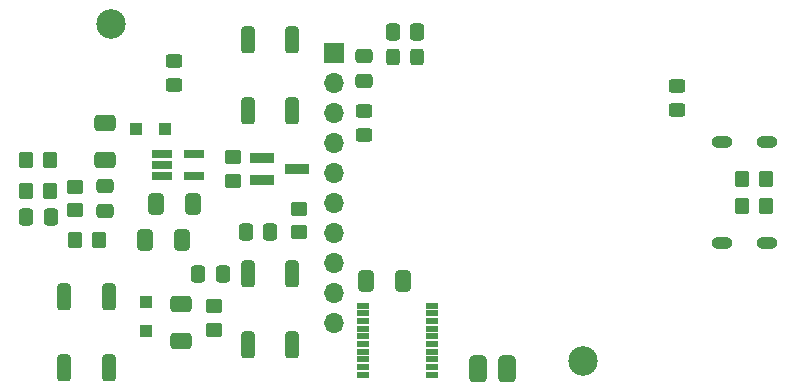
<source format=gbs>
G04 #@! TF.GenerationSoftware,KiCad,Pcbnew,6.99.0-unknown-455e330f3b~148~ubuntu20.04.1*
G04 #@! TF.CreationDate,2022-03-15T10:42:55+05:30*
G04 #@! TF.ProjectId,espc3-vario,65737063-332d-4766-9172-696f2e6b6963,rev?*
G04 #@! TF.SameCoordinates,PX55d4a80PY7270e00*
G04 #@! TF.FileFunction,Soldermask,Bot*
G04 #@! TF.FilePolarity,Negative*
%FSLAX46Y46*%
G04 Gerber Fmt 4.6, Leading zero omitted, Abs format (unit mm)*
G04 Created by KiCad (PCBNEW 6.99.0-unknown-455e330f3b~148~ubuntu20.04.1) date 2022-03-15 10:42:55*
%MOMM*%
%LPD*%
G01*
G04 APERTURE LIST*
G04 Aperture macros list*
%AMRoundRect*
0 Rectangle with rounded corners*
0 $1 Rounding radius*
0 $2 $3 $4 $5 $6 $7 $8 $9 X,Y pos of 4 corners*
0 Add a 4 corners polygon primitive as box body*
4,1,4,$2,$3,$4,$5,$6,$7,$8,$9,$2,$3,0*
0 Add four circle primitives for the rounded corners*
1,1,$1+$1,$2,$3*
1,1,$1+$1,$4,$5*
1,1,$1+$1,$6,$7*
1,1,$1+$1,$8,$9*
0 Add four rect primitives between the rounded corners*
20,1,$1+$1,$2,$3,$4,$5,0*
20,1,$1+$1,$4,$5,$6,$7,0*
20,1,$1+$1,$6,$7,$8,$9,0*
20,1,$1+$1,$8,$9,$2,$3,0*%
G04 Aperture macros list end*
%ADD10RoundRect,0.050000X-0.780000X-0.325000X0.780000X-0.325000X0.780000X0.325000X-0.780000X0.325000X0*%
%ADD11RoundRect,0.050000X-0.950000X-0.400000X0.950000X-0.400000X0.950000X0.400000X-0.950000X0.400000X0*%
%ADD12RoundRect,0.381000X-0.381000X0.762000X-0.381000X-0.762000X0.381000X-0.762000X0.381000X0.762000X0*%
%ADD13R,1.700000X1.700000*%
%ADD14O,1.700000X1.700000*%
%ADD15C,2.500000*%
%ADD16O,1.800000X1.000000*%
%ADD17RoundRect,0.300000X0.300000X-0.843000X0.300000X0.843000X-0.300000X0.843000X-0.300000X-0.843000X0*%
%ADD18RoundRect,0.300000X-0.300000X0.843000X-0.300000X-0.843000X0.300000X-0.843000X0.300000X0.843000X0*%
%ADD19RoundRect,0.250000X0.412500X0.650000X-0.412500X0.650000X-0.412500X-0.650000X0.412500X-0.650000X0*%
%ADD20R,1.000000X1.000000*%
%ADD21RoundRect,0.250000X0.450000X-0.325000X0.450000X0.325000X-0.450000X0.325000X-0.450000X-0.325000X0*%
%ADD22RoundRect,0.250000X-0.650000X0.412500X-0.650000X-0.412500X0.650000X-0.412500X0.650000X0.412500X0*%
%ADD23RoundRect,0.250000X-0.325000X-0.450000X0.325000X-0.450000X0.325000X0.450000X-0.325000X0.450000X0*%
%ADD24RoundRect,0.250000X0.650000X-0.412500X0.650000X0.412500X-0.650000X0.412500X-0.650000X-0.412500X0*%
%ADD25RoundRect,0.250000X-0.337500X-0.475000X0.337500X-0.475000X0.337500X0.475000X-0.337500X0.475000X0*%
%ADD26RoundRect,0.250000X-0.350000X-0.450000X0.350000X-0.450000X0.350000X0.450000X-0.350000X0.450000X0*%
%ADD27RoundRect,0.250000X0.450000X-0.350000X0.450000X0.350000X-0.450000X0.350000X-0.450000X-0.350000X0*%
%ADD28RoundRect,0.250000X0.337500X0.475000X-0.337500X0.475000X-0.337500X-0.475000X0.337500X-0.475000X0*%
%ADD29RoundRect,0.050000X-0.500000X-0.200000X0.500000X-0.200000X0.500000X0.200000X-0.500000X0.200000X0*%
%ADD30RoundRect,0.250000X-0.450000X0.350000X-0.450000X-0.350000X0.450000X-0.350000X0.450000X0.350000X0*%
%ADD31RoundRect,0.250000X-0.475000X0.337500X-0.475000X-0.337500X0.475000X-0.337500X0.475000X0.337500X0*%
%ADD32RoundRect,0.250000X0.350000X0.450000X-0.350000X0.450000X-0.350000X-0.450000X0.350000X-0.450000X0*%
%ADD33RoundRect,0.250000X-0.450000X0.325000X-0.450000X-0.325000X0.450000X-0.325000X0.450000X0.325000X0*%
G04 APERTURE END LIST*
D10*
X21350000Y18400000D03*
X21350000Y19350000D03*
X21350000Y20300000D03*
X24050000Y20300000D03*
X24050000Y18400000D03*
D11*
X29800000Y18050000D03*
X29800000Y19950000D03*
X32800000Y19000000D03*
D12*
X48150000Y2050000D03*
X50550000Y2050000D03*
D13*
X35899999Y28809999D03*
D14*
X35899999Y26269999D03*
X35899999Y23729999D03*
X35899999Y21189999D03*
X35899999Y18649999D03*
X35899999Y16109999D03*
X35899999Y13569999D03*
X35899999Y11029999D03*
X35899999Y8489999D03*
X35899999Y5949999D03*
D15*
X57000000Y2750000D03*
D16*
X68799999Y12699999D03*
X68799999Y21299999D03*
X72599999Y12699999D03*
X72599999Y21299999D03*
D15*
X17000000Y31250000D03*
D17*
X16850000Y2150000D03*
X16850000Y8150000D03*
X13050000Y2150000D03*
X13050000Y8150000D03*
D18*
X28600000Y10100000D03*
X28600000Y4100000D03*
X32400000Y10100000D03*
X32400000Y4100000D03*
D19*
X23962500Y16000000D03*
X20837500Y16000000D03*
D20*
X19149999Y22399999D03*
X21649999Y22399999D03*
D21*
X38500000Y21875000D03*
X38500000Y23925000D03*
D19*
X23012500Y13000000D03*
X19887500Y13000000D03*
D22*
X23000000Y7562500D03*
X23000000Y4437500D03*
D23*
X40925000Y28500000D03*
X42975000Y28500000D03*
D24*
X16550000Y19787500D03*
X16550000Y22912500D03*
D25*
X28462500Y13650000D03*
X30537500Y13650000D03*
D26*
X70500000Y15900000D03*
X72500000Y15900000D03*
D27*
X27350000Y18000000D03*
X27350000Y20000000D03*
X33000000Y13650000D03*
X33000000Y15650000D03*
D28*
X42987500Y30600000D03*
X40912500Y30600000D03*
D29*
X38400000Y1575000D03*
X38400000Y2225000D03*
X38400000Y2875000D03*
X38400000Y3525000D03*
X38400000Y4175000D03*
X38400000Y4825000D03*
X38400000Y5475000D03*
X38400000Y6125000D03*
X38400000Y6775000D03*
X38400000Y7425000D03*
X44200000Y7425000D03*
X44200000Y6775000D03*
X44200000Y6125000D03*
X44200000Y5475000D03*
X44200000Y4825000D03*
X44200000Y4175000D03*
X44200000Y3525000D03*
X44200000Y2875000D03*
X44200000Y2225000D03*
X44200000Y1575000D03*
D26*
X14000000Y13000000D03*
X16000000Y13000000D03*
D17*
X32400000Y23900000D03*
X32400000Y29900000D03*
X28600000Y23900000D03*
X28600000Y29900000D03*
D30*
X14000000Y17500000D03*
X14000000Y15500000D03*
D31*
X16500000Y17537500D03*
X16500000Y15462500D03*
X38500000Y28537500D03*
X38500000Y26462500D03*
D26*
X70500000Y18150000D03*
X72500000Y18150000D03*
D20*
X19999999Y5249999D03*
X19999999Y7749999D03*
D30*
X25800000Y7400000D03*
X25800000Y5400000D03*
D25*
X24412500Y10100000D03*
X26487500Y10100000D03*
D32*
X11850000Y19750000D03*
X9850000Y19750000D03*
D19*
X41762500Y9550000D03*
X38637500Y9550000D03*
D25*
X9862500Y14900000D03*
X11937500Y14900000D03*
D26*
X9850000Y17150000D03*
X11850000Y17150000D03*
D21*
X22350000Y26075000D03*
X22350000Y28125000D03*
D33*
X65000000Y26025000D03*
X65000000Y23975000D03*
M02*

</source>
